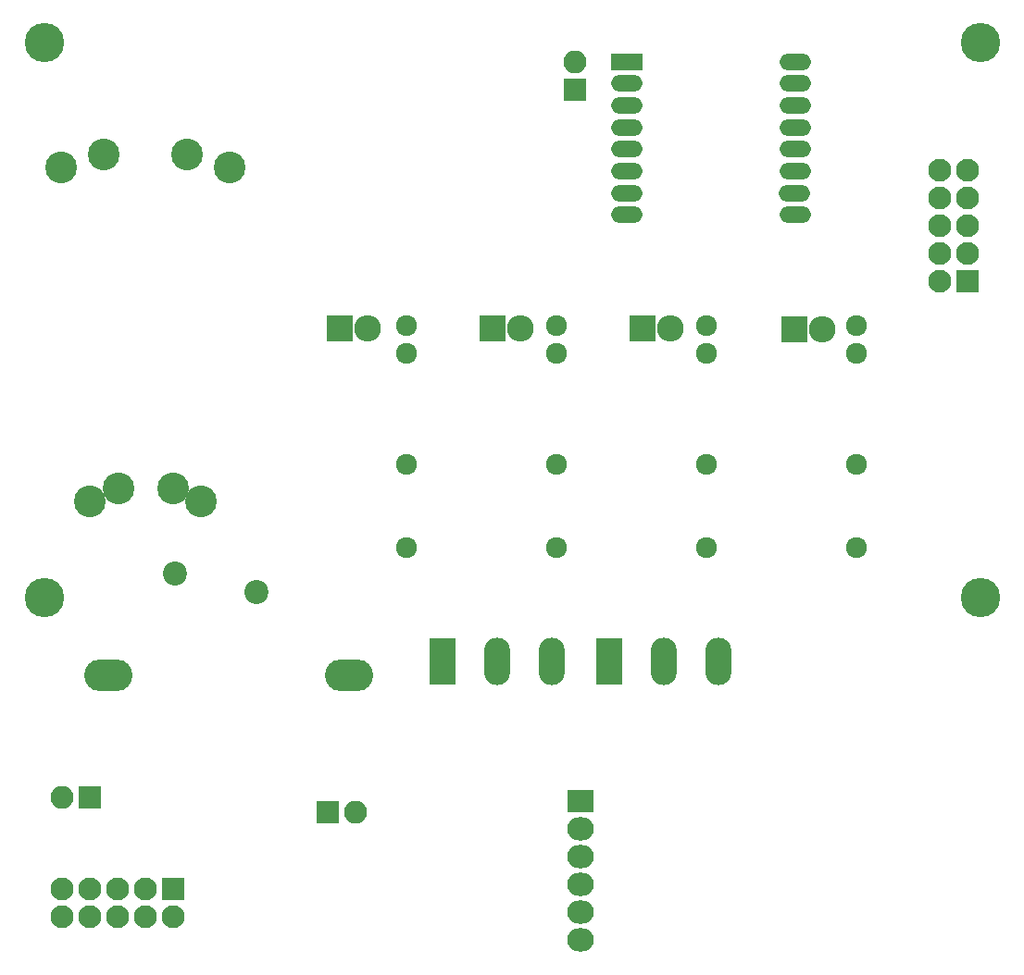
<source format=gbs>
G04 #@! TF.FileFunction,Soldermask,Bot*
%FSLAX46Y46*%
G04 Gerber Fmt 4.6, Leading zero omitted, Abs format (unit mm)*
G04 Created by KiCad (PCBNEW 4.0.5+dfsg1-4) date Tue Dec 12 22:17:04 2017*
%MOMM*%
%LPD*%
G01*
G04 APERTURE LIST*
%ADD10C,0.100000*%
%ADD11R,2.100000X2.100000*%
%ADD12C,2.100000*%
%ADD13O,4.400500X2.899360*%
%ADD14C,2.200000*%
%ADD15R,2.900000X1.500000*%
%ADD16O,2.900000X1.500000*%
%ADD17C,1.924000*%
%ADD18C,2.900000*%
%ADD19R,2.432000X2.127200*%
%ADD20O,2.432000X2.127200*%
%ADD21R,2.432000X2.432000*%
%ADD22O,2.432000X2.432000*%
%ADD23C,3.600000*%
%ADD24O,2.100000X2.100000*%
%ADD25R,2.380000X4.360000*%
%ADD26O,2.380000X4.360000*%
G04 APERTURE END LIST*
D10*
D11*
X104394000Y-55372000D03*
D12*
X101854000Y-55372000D03*
X104394000Y-52832000D03*
X101854000Y-52832000D03*
X104394000Y-50292000D03*
X101854000Y-50292000D03*
X104394000Y-47752000D03*
X101854000Y-47752000D03*
X104394000Y-45212000D03*
X101854000Y-45212000D03*
D13*
X25829260Y-91440000D03*
X47830740Y-91440000D03*
D14*
X39370000Y-83820000D03*
X31870000Y-82120000D03*
D15*
X73214000Y-35306000D03*
D16*
X73214000Y-37306000D03*
X73214000Y-39306000D03*
X73214000Y-41306000D03*
X73214000Y-43306000D03*
X73214000Y-45306000D03*
X73214000Y-47306000D03*
X73214000Y-49306000D03*
X88614000Y-49306000D03*
X88514000Y-47306000D03*
X88614000Y-45306000D03*
X88614000Y-43306000D03*
X88614000Y-41306000D03*
X88614000Y-39306000D03*
X88614000Y-37306000D03*
X88614000Y-35306000D03*
D11*
X31750000Y-110998000D03*
D12*
X31750000Y-113538000D03*
X29210000Y-110998000D03*
X29210000Y-113538000D03*
X26670000Y-110998000D03*
X26670000Y-113538000D03*
X24130000Y-110998000D03*
X24130000Y-113538000D03*
X21590000Y-110998000D03*
X21590000Y-113538000D03*
D17*
X94234000Y-59436000D03*
X94234000Y-61976000D03*
X94234000Y-72136000D03*
X94234000Y-79756000D03*
X80467200Y-59436000D03*
X80467200Y-61976000D03*
X80467200Y-72136000D03*
X80467200Y-79756000D03*
X66802000Y-59436000D03*
X66802000Y-61976000D03*
X66802000Y-72136000D03*
X66802000Y-79756000D03*
X53086000Y-59436000D03*
X53086000Y-61976000D03*
X53086000Y-72136000D03*
X53086000Y-79756000D03*
D18*
X26710000Y-74390000D03*
X31710000Y-74390000D03*
X21510000Y-44990000D03*
X36910000Y-44990000D03*
X24130000Y-75565000D03*
X34290000Y-75565000D03*
X25400000Y-43815000D03*
X33020000Y-43815000D03*
D19*
X68961000Y-102997000D03*
D20*
X68961000Y-105537000D03*
X68961000Y-108077000D03*
X68961000Y-110617000D03*
X68961000Y-113157000D03*
X68961000Y-115697000D03*
D21*
X60960000Y-59690000D03*
D22*
X63500000Y-59690000D03*
D21*
X88519000Y-59817000D03*
D22*
X91059000Y-59817000D03*
D21*
X74676000Y-59690000D03*
D22*
X77216000Y-59690000D03*
D21*
X46990000Y-59690000D03*
D22*
X49530000Y-59690000D03*
D23*
X19939000Y-33528000D03*
X19939000Y-84328000D03*
X105537000Y-84328000D03*
X105537000Y-33528000D03*
D11*
X45847000Y-104013000D03*
D24*
X48387000Y-104013000D03*
D11*
X68453000Y-37846000D03*
D24*
X68453000Y-35306000D03*
D11*
X24130000Y-102616000D03*
D24*
X21590000Y-102616000D03*
D25*
X71628000Y-90170000D03*
D26*
X76628000Y-90170000D03*
X81628000Y-90170000D03*
D25*
X56388000Y-90170000D03*
D26*
X61388000Y-90170000D03*
X66388000Y-90170000D03*
M02*

</source>
